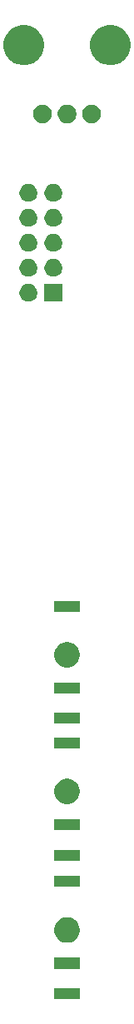
<source format=gbr>
G04 #@! TF.GenerationSoftware,KiCad,Pcbnew,(5.1.5)-3*
G04 #@! TF.CreationDate,2020-05-13T21:41:15+01:00*
G04 #@! TF.ProjectId,Ringo,52696e67-6f2e-46b6-9963-61645f706362,rev?*
G04 #@! TF.SameCoordinates,Original*
G04 #@! TF.FileFunction,Soldermask,Bot*
G04 #@! TF.FilePolarity,Negative*
%FSLAX46Y46*%
G04 Gerber Fmt 4.6, Leading zero omitted, Abs format (unit mm)*
G04 Created by KiCad (PCBNEW (5.1.5)-3) date 2020-05-13 21:41:15*
%MOMM*%
%LPD*%
G04 APERTURE LIST*
%ADD10C,0.100000*%
G04 APERTURE END LIST*
D10*
G36*
X146801000Y-145531000D02*
G01*
X144199000Y-145531000D01*
X144199000Y-144429000D01*
X146801000Y-144429000D01*
X146801000Y-145531000D01*
G37*
G36*
X146801000Y-142431000D02*
G01*
X144199000Y-142431000D01*
X144199000Y-141329000D01*
X146801000Y-141329000D01*
X146801000Y-142431000D01*
G37*
G36*
X145879487Y-137248996D02*
G01*
X146116253Y-137347068D01*
X146116255Y-137347069D01*
X146329339Y-137489447D01*
X146510553Y-137670661D01*
X146652932Y-137883747D01*
X146751004Y-138120513D01*
X146801000Y-138371861D01*
X146801000Y-138628139D01*
X146751004Y-138879487D01*
X146652932Y-139116253D01*
X146652931Y-139116255D01*
X146510553Y-139329339D01*
X146329339Y-139510553D01*
X146116255Y-139652931D01*
X146116254Y-139652932D01*
X146116253Y-139652932D01*
X145879487Y-139751004D01*
X145628139Y-139801000D01*
X145371861Y-139801000D01*
X145120513Y-139751004D01*
X144883747Y-139652932D01*
X144883746Y-139652932D01*
X144883745Y-139652931D01*
X144670661Y-139510553D01*
X144489447Y-139329339D01*
X144347069Y-139116255D01*
X144347068Y-139116253D01*
X144248996Y-138879487D01*
X144199000Y-138628139D01*
X144199000Y-138371861D01*
X144248996Y-138120513D01*
X144347068Y-137883747D01*
X144489447Y-137670661D01*
X144670661Y-137489447D01*
X144883745Y-137347069D01*
X144883747Y-137347068D01*
X145120513Y-137248996D01*
X145371861Y-137199000D01*
X145628139Y-137199000D01*
X145879487Y-137248996D01*
G37*
G36*
X146801000Y-134131000D02*
G01*
X144199000Y-134131000D01*
X144199000Y-133029000D01*
X146801000Y-133029000D01*
X146801000Y-134131000D01*
G37*
G36*
X146801000Y-131431000D02*
G01*
X144199000Y-131431000D01*
X144199000Y-130329000D01*
X146801000Y-130329000D01*
X146801000Y-131431000D01*
G37*
G36*
X146801000Y-128331000D02*
G01*
X144199000Y-128331000D01*
X144199000Y-127229000D01*
X146801000Y-127229000D01*
X146801000Y-128331000D01*
G37*
G36*
X145879487Y-123148996D02*
G01*
X146116253Y-123247068D01*
X146116255Y-123247069D01*
X146329339Y-123389447D01*
X146510553Y-123570661D01*
X146652932Y-123783747D01*
X146751004Y-124020513D01*
X146801000Y-124271861D01*
X146801000Y-124528139D01*
X146751004Y-124779487D01*
X146652932Y-125016253D01*
X146652931Y-125016255D01*
X146510553Y-125229339D01*
X146329339Y-125410553D01*
X146116255Y-125552931D01*
X146116254Y-125552932D01*
X146116253Y-125552932D01*
X145879487Y-125651004D01*
X145628139Y-125701000D01*
X145371861Y-125701000D01*
X145120513Y-125651004D01*
X144883747Y-125552932D01*
X144883746Y-125552932D01*
X144883745Y-125552931D01*
X144670661Y-125410553D01*
X144489447Y-125229339D01*
X144347069Y-125016255D01*
X144347068Y-125016253D01*
X144248996Y-124779487D01*
X144199000Y-124528139D01*
X144199000Y-124271861D01*
X144248996Y-124020513D01*
X144347068Y-123783747D01*
X144489447Y-123570661D01*
X144670661Y-123389447D01*
X144883745Y-123247069D01*
X144883747Y-123247068D01*
X145120513Y-123148996D01*
X145371861Y-123099000D01*
X145628139Y-123099000D01*
X145879487Y-123148996D01*
G37*
G36*
X146801000Y-120031000D02*
G01*
X144199000Y-120031000D01*
X144199000Y-118929000D01*
X146801000Y-118929000D01*
X146801000Y-120031000D01*
G37*
G36*
X146801000Y-117531000D02*
G01*
X144199000Y-117531000D01*
X144199000Y-116429000D01*
X146801000Y-116429000D01*
X146801000Y-117531000D01*
G37*
G36*
X146801000Y-114431000D02*
G01*
X144199000Y-114431000D01*
X144199000Y-113329000D01*
X146801000Y-113329000D01*
X146801000Y-114431000D01*
G37*
G36*
X145879487Y-109248996D02*
G01*
X146116253Y-109347068D01*
X146116255Y-109347069D01*
X146329339Y-109489447D01*
X146510553Y-109670661D01*
X146652932Y-109883747D01*
X146751004Y-110120513D01*
X146801000Y-110371861D01*
X146801000Y-110628139D01*
X146751004Y-110879487D01*
X146652932Y-111116253D01*
X146652931Y-111116255D01*
X146510553Y-111329339D01*
X146329339Y-111510553D01*
X146116255Y-111652931D01*
X146116254Y-111652932D01*
X146116253Y-111652932D01*
X145879487Y-111751004D01*
X145628139Y-111801000D01*
X145371861Y-111801000D01*
X145120513Y-111751004D01*
X144883747Y-111652932D01*
X144883746Y-111652932D01*
X144883745Y-111652931D01*
X144670661Y-111510553D01*
X144489447Y-111329339D01*
X144347069Y-111116255D01*
X144347068Y-111116253D01*
X144248996Y-110879487D01*
X144199000Y-110628139D01*
X144199000Y-110371861D01*
X144248996Y-110120513D01*
X144347068Y-109883747D01*
X144489447Y-109670661D01*
X144670661Y-109489447D01*
X144883745Y-109347069D01*
X144883747Y-109347068D01*
X145120513Y-109248996D01*
X145371861Y-109199000D01*
X145628139Y-109199000D01*
X145879487Y-109248996D01*
G37*
G36*
X146801000Y-106131000D02*
G01*
X144199000Y-106131000D01*
X144199000Y-105029000D01*
X146801000Y-105029000D01*
X146801000Y-106131000D01*
G37*
G36*
X141673512Y-72803927D02*
G01*
X141822812Y-72833624D01*
X141986784Y-72901544D01*
X142134354Y-73000147D01*
X142259853Y-73125646D01*
X142358456Y-73273216D01*
X142426376Y-73437188D01*
X142461000Y-73611259D01*
X142461000Y-73788741D01*
X142426376Y-73962812D01*
X142358456Y-74126784D01*
X142259853Y-74274354D01*
X142134354Y-74399853D01*
X141986784Y-74498456D01*
X141822812Y-74566376D01*
X141673512Y-74596073D01*
X141648742Y-74601000D01*
X141471258Y-74601000D01*
X141446488Y-74596073D01*
X141297188Y-74566376D01*
X141133216Y-74498456D01*
X140985646Y-74399853D01*
X140860147Y-74274354D01*
X140761544Y-74126784D01*
X140693624Y-73962812D01*
X140659000Y-73788741D01*
X140659000Y-73611259D01*
X140693624Y-73437188D01*
X140761544Y-73273216D01*
X140860147Y-73125646D01*
X140985646Y-73000147D01*
X141133216Y-72901544D01*
X141297188Y-72833624D01*
X141446488Y-72803927D01*
X141471258Y-72799000D01*
X141648742Y-72799000D01*
X141673512Y-72803927D01*
G37*
G36*
X145001000Y-74601000D02*
G01*
X143199000Y-74601000D01*
X143199000Y-72799000D01*
X145001000Y-72799000D01*
X145001000Y-74601000D01*
G37*
G36*
X144213512Y-70263927D02*
G01*
X144362812Y-70293624D01*
X144526784Y-70361544D01*
X144674354Y-70460147D01*
X144799853Y-70585646D01*
X144898456Y-70733216D01*
X144966376Y-70897188D01*
X145001000Y-71071259D01*
X145001000Y-71248741D01*
X144966376Y-71422812D01*
X144898456Y-71586784D01*
X144799853Y-71734354D01*
X144674354Y-71859853D01*
X144526784Y-71958456D01*
X144362812Y-72026376D01*
X144213512Y-72056073D01*
X144188742Y-72061000D01*
X144011258Y-72061000D01*
X143986488Y-72056073D01*
X143837188Y-72026376D01*
X143673216Y-71958456D01*
X143525646Y-71859853D01*
X143400147Y-71734354D01*
X143301544Y-71586784D01*
X143233624Y-71422812D01*
X143199000Y-71248741D01*
X143199000Y-71071259D01*
X143233624Y-70897188D01*
X143301544Y-70733216D01*
X143400147Y-70585646D01*
X143525646Y-70460147D01*
X143673216Y-70361544D01*
X143837188Y-70293624D01*
X143986488Y-70263927D01*
X144011258Y-70259000D01*
X144188742Y-70259000D01*
X144213512Y-70263927D01*
G37*
G36*
X141673512Y-70263927D02*
G01*
X141822812Y-70293624D01*
X141986784Y-70361544D01*
X142134354Y-70460147D01*
X142259853Y-70585646D01*
X142358456Y-70733216D01*
X142426376Y-70897188D01*
X142461000Y-71071259D01*
X142461000Y-71248741D01*
X142426376Y-71422812D01*
X142358456Y-71586784D01*
X142259853Y-71734354D01*
X142134354Y-71859853D01*
X141986784Y-71958456D01*
X141822812Y-72026376D01*
X141673512Y-72056073D01*
X141648742Y-72061000D01*
X141471258Y-72061000D01*
X141446488Y-72056073D01*
X141297188Y-72026376D01*
X141133216Y-71958456D01*
X140985646Y-71859853D01*
X140860147Y-71734354D01*
X140761544Y-71586784D01*
X140693624Y-71422812D01*
X140659000Y-71248741D01*
X140659000Y-71071259D01*
X140693624Y-70897188D01*
X140761544Y-70733216D01*
X140860147Y-70585646D01*
X140985646Y-70460147D01*
X141133216Y-70361544D01*
X141297188Y-70293624D01*
X141446488Y-70263927D01*
X141471258Y-70259000D01*
X141648742Y-70259000D01*
X141673512Y-70263927D01*
G37*
G36*
X144213512Y-67723927D02*
G01*
X144362812Y-67753624D01*
X144526784Y-67821544D01*
X144674354Y-67920147D01*
X144799853Y-68045646D01*
X144898456Y-68193216D01*
X144966376Y-68357188D01*
X145001000Y-68531259D01*
X145001000Y-68708741D01*
X144966376Y-68882812D01*
X144898456Y-69046784D01*
X144799853Y-69194354D01*
X144674354Y-69319853D01*
X144526784Y-69418456D01*
X144362812Y-69486376D01*
X144213512Y-69516073D01*
X144188742Y-69521000D01*
X144011258Y-69521000D01*
X143986488Y-69516073D01*
X143837188Y-69486376D01*
X143673216Y-69418456D01*
X143525646Y-69319853D01*
X143400147Y-69194354D01*
X143301544Y-69046784D01*
X143233624Y-68882812D01*
X143199000Y-68708741D01*
X143199000Y-68531259D01*
X143233624Y-68357188D01*
X143301544Y-68193216D01*
X143400147Y-68045646D01*
X143525646Y-67920147D01*
X143673216Y-67821544D01*
X143837188Y-67753624D01*
X143986488Y-67723927D01*
X144011258Y-67719000D01*
X144188742Y-67719000D01*
X144213512Y-67723927D01*
G37*
G36*
X141673512Y-67723927D02*
G01*
X141822812Y-67753624D01*
X141986784Y-67821544D01*
X142134354Y-67920147D01*
X142259853Y-68045646D01*
X142358456Y-68193216D01*
X142426376Y-68357188D01*
X142461000Y-68531259D01*
X142461000Y-68708741D01*
X142426376Y-68882812D01*
X142358456Y-69046784D01*
X142259853Y-69194354D01*
X142134354Y-69319853D01*
X141986784Y-69418456D01*
X141822812Y-69486376D01*
X141673512Y-69516073D01*
X141648742Y-69521000D01*
X141471258Y-69521000D01*
X141446488Y-69516073D01*
X141297188Y-69486376D01*
X141133216Y-69418456D01*
X140985646Y-69319853D01*
X140860147Y-69194354D01*
X140761544Y-69046784D01*
X140693624Y-68882812D01*
X140659000Y-68708741D01*
X140659000Y-68531259D01*
X140693624Y-68357188D01*
X140761544Y-68193216D01*
X140860147Y-68045646D01*
X140985646Y-67920147D01*
X141133216Y-67821544D01*
X141297188Y-67753624D01*
X141446488Y-67723927D01*
X141471258Y-67719000D01*
X141648742Y-67719000D01*
X141673512Y-67723927D01*
G37*
G36*
X141673512Y-65183927D02*
G01*
X141822812Y-65213624D01*
X141986784Y-65281544D01*
X142134354Y-65380147D01*
X142259853Y-65505646D01*
X142358456Y-65653216D01*
X142426376Y-65817188D01*
X142461000Y-65991259D01*
X142461000Y-66168741D01*
X142426376Y-66342812D01*
X142358456Y-66506784D01*
X142259853Y-66654354D01*
X142134354Y-66779853D01*
X141986784Y-66878456D01*
X141822812Y-66946376D01*
X141673512Y-66976073D01*
X141648742Y-66981000D01*
X141471258Y-66981000D01*
X141446488Y-66976073D01*
X141297188Y-66946376D01*
X141133216Y-66878456D01*
X140985646Y-66779853D01*
X140860147Y-66654354D01*
X140761544Y-66506784D01*
X140693624Y-66342812D01*
X140659000Y-66168741D01*
X140659000Y-65991259D01*
X140693624Y-65817188D01*
X140761544Y-65653216D01*
X140860147Y-65505646D01*
X140985646Y-65380147D01*
X141133216Y-65281544D01*
X141297188Y-65213624D01*
X141446488Y-65183927D01*
X141471258Y-65179000D01*
X141648742Y-65179000D01*
X141673512Y-65183927D01*
G37*
G36*
X144213512Y-65183927D02*
G01*
X144362812Y-65213624D01*
X144526784Y-65281544D01*
X144674354Y-65380147D01*
X144799853Y-65505646D01*
X144898456Y-65653216D01*
X144966376Y-65817188D01*
X145001000Y-65991259D01*
X145001000Y-66168741D01*
X144966376Y-66342812D01*
X144898456Y-66506784D01*
X144799853Y-66654354D01*
X144674354Y-66779853D01*
X144526784Y-66878456D01*
X144362812Y-66946376D01*
X144213512Y-66976073D01*
X144188742Y-66981000D01*
X144011258Y-66981000D01*
X143986488Y-66976073D01*
X143837188Y-66946376D01*
X143673216Y-66878456D01*
X143525646Y-66779853D01*
X143400147Y-66654354D01*
X143301544Y-66506784D01*
X143233624Y-66342812D01*
X143199000Y-66168741D01*
X143199000Y-65991259D01*
X143233624Y-65817188D01*
X143301544Y-65653216D01*
X143400147Y-65505646D01*
X143525646Y-65380147D01*
X143673216Y-65281544D01*
X143837188Y-65213624D01*
X143986488Y-65183927D01*
X144011258Y-65179000D01*
X144188742Y-65179000D01*
X144213512Y-65183927D01*
G37*
G36*
X144213512Y-62643927D02*
G01*
X144362812Y-62673624D01*
X144526784Y-62741544D01*
X144674354Y-62840147D01*
X144799853Y-62965646D01*
X144898456Y-63113216D01*
X144966376Y-63277188D01*
X145001000Y-63451259D01*
X145001000Y-63628741D01*
X144966376Y-63802812D01*
X144898456Y-63966784D01*
X144799853Y-64114354D01*
X144674354Y-64239853D01*
X144526784Y-64338456D01*
X144362812Y-64406376D01*
X144213512Y-64436073D01*
X144188742Y-64441000D01*
X144011258Y-64441000D01*
X143986488Y-64436073D01*
X143837188Y-64406376D01*
X143673216Y-64338456D01*
X143525646Y-64239853D01*
X143400147Y-64114354D01*
X143301544Y-63966784D01*
X143233624Y-63802812D01*
X143199000Y-63628741D01*
X143199000Y-63451259D01*
X143233624Y-63277188D01*
X143301544Y-63113216D01*
X143400147Y-62965646D01*
X143525646Y-62840147D01*
X143673216Y-62741544D01*
X143837188Y-62673624D01*
X143986488Y-62643927D01*
X144011258Y-62639000D01*
X144188742Y-62639000D01*
X144213512Y-62643927D01*
G37*
G36*
X141673512Y-62643927D02*
G01*
X141822812Y-62673624D01*
X141986784Y-62741544D01*
X142134354Y-62840147D01*
X142259853Y-62965646D01*
X142358456Y-63113216D01*
X142426376Y-63277188D01*
X142461000Y-63451259D01*
X142461000Y-63628741D01*
X142426376Y-63802812D01*
X142358456Y-63966784D01*
X142259853Y-64114354D01*
X142134354Y-64239853D01*
X141986784Y-64338456D01*
X141822812Y-64406376D01*
X141673512Y-64436073D01*
X141648742Y-64441000D01*
X141471258Y-64441000D01*
X141446488Y-64436073D01*
X141297188Y-64406376D01*
X141133216Y-64338456D01*
X140985646Y-64239853D01*
X140860147Y-64114354D01*
X140761544Y-63966784D01*
X140693624Y-63802812D01*
X140659000Y-63628741D01*
X140659000Y-63451259D01*
X140693624Y-63277188D01*
X140761544Y-63113216D01*
X140860147Y-62965646D01*
X140985646Y-62840147D01*
X141133216Y-62741544D01*
X141297188Y-62673624D01*
X141446488Y-62643927D01*
X141471258Y-62639000D01*
X141648742Y-62639000D01*
X141673512Y-62643927D01*
G37*
G36*
X143277395Y-54585546D02*
G01*
X143450466Y-54657234D01*
X143450467Y-54657235D01*
X143606227Y-54761310D01*
X143738690Y-54893773D01*
X143738691Y-54893775D01*
X143842766Y-55049534D01*
X143914454Y-55222605D01*
X143951000Y-55406333D01*
X143951000Y-55593667D01*
X143914454Y-55777395D01*
X143842766Y-55950466D01*
X143842765Y-55950467D01*
X143738690Y-56106227D01*
X143606227Y-56238690D01*
X143527818Y-56291081D01*
X143450466Y-56342766D01*
X143277395Y-56414454D01*
X143093667Y-56451000D01*
X142906333Y-56451000D01*
X142722605Y-56414454D01*
X142549534Y-56342766D01*
X142472182Y-56291081D01*
X142393773Y-56238690D01*
X142261310Y-56106227D01*
X142157235Y-55950467D01*
X142157234Y-55950466D01*
X142085546Y-55777395D01*
X142049000Y-55593667D01*
X142049000Y-55406333D01*
X142085546Y-55222605D01*
X142157234Y-55049534D01*
X142261309Y-54893775D01*
X142261310Y-54893773D01*
X142393773Y-54761310D01*
X142549533Y-54657235D01*
X142549534Y-54657234D01*
X142722605Y-54585546D01*
X142906333Y-54549000D01*
X143093667Y-54549000D01*
X143277395Y-54585546D01*
G37*
G36*
X145777395Y-54585546D02*
G01*
X145950466Y-54657234D01*
X145950467Y-54657235D01*
X146106227Y-54761310D01*
X146238690Y-54893773D01*
X146238691Y-54893775D01*
X146342766Y-55049534D01*
X146414454Y-55222605D01*
X146451000Y-55406333D01*
X146451000Y-55593667D01*
X146414454Y-55777395D01*
X146342766Y-55950466D01*
X146342765Y-55950467D01*
X146238690Y-56106227D01*
X146106227Y-56238690D01*
X146027818Y-56291081D01*
X145950466Y-56342766D01*
X145777395Y-56414454D01*
X145593667Y-56451000D01*
X145406333Y-56451000D01*
X145222605Y-56414454D01*
X145049534Y-56342766D01*
X144972182Y-56291081D01*
X144893773Y-56238690D01*
X144761310Y-56106227D01*
X144657235Y-55950467D01*
X144657234Y-55950466D01*
X144585546Y-55777395D01*
X144549000Y-55593667D01*
X144549000Y-55406333D01*
X144585546Y-55222605D01*
X144657234Y-55049534D01*
X144761309Y-54893775D01*
X144761310Y-54893773D01*
X144893773Y-54761310D01*
X145049533Y-54657235D01*
X145049534Y-54657234D01*
X145222605Y-54585546D01*
X145406333Y-54549000D01*
X145593667Y-54549000D01*
X145777395Y-54585546D01*
G37*
G36*
X148277395Y-54585546D02*
G01*
X148450466Y-54657234D01*
X148450467Y-54657235D01*
X148606227Y-54761310D01*
X148738690Y-54893773D01*
X148738691Y-54893775D01*
X148842766Y-55049534D01*
X148914454Y-55222605D01*
X148951000Y-55406333D01*
X148951000Y-55593667D01*
X148914454Y-55777395D01*
X148842766Y-55950466D01*
X148842765Y-55950467D01*
X148738690Y-56106227D01*
X148606227Y-56238690D01*
X148527818Y-56291081D01*
X148450466Y-56342766D01*
X148277395Y-56414454D01*
X148093667Y-56451000D01*
X147906333Y-56451000D01*
X147722605Y-56414454D01*
X147549534Y-56342766D01*
X147472182Y-56291081D01*
X147393773Y-56238690D01*
X147261310Y-56106227D01*
X147157235Y-55950467D01*
X147157234Y-55950466D01*
X147085546Y-55777395D01*
X147049000Y-55593667D01*
X147049000Y-55406333D01*
X147085546Y-55222605D01*
X147157234Y-55049534D01*
X147261309Y-54893775D01*
X147261310Y-54893773D01*
X147393773Y-54761310D01*
X147549533Y-54657235D01*
X147549534Y-54657234D01*
X147722605Y-54585546D01*
X147906333Y-54549000D01*
X148093667Y-54549000D01*
X148277395Y-54585546D01*
G37*
G36*
X150498254Y-46527818D02*
G01*
X150871511Y-46682426D01*
X150871513Y-46682427D01*
X151207436Y-46906884D01*
X151493116Y-47192564D01*
X151717574Y-47528489D01*
X151872182Y-47901746D01*
X151951000Y-48297993D01*
X151951000Y-48702007D01*
X151872182Y-49098254D01*
X151717574Y-49471511D01*
X151717573Y-49471513D01*
X151493116Y-49807436D01*
X151207436Y-50093116D01*
X150871513Y-50317573D01*
X150871512Y-50317574D01*
X150871511Y-50317574D01*
X150498254Y-50472182D01*
X150102007Y-50551000D01*
X149697993Y-50551000D01*
X149301746Y-50472182D01*
X148928489Y-50317574D01*
X148928488Y-50317574D01*
X148928487Y-50317573D01*
X148592564Y-50093116D01*
X148306884Y-49807436D01*
X148082427Y-49471513D01*
X148082426Y-49471511D01*
X147927818Y-49098254D01*
X147849000Y-48702007D01*
X147849000Y-48297993D01*
X147927818Y-47901746D01*
X148082426Y-47528489D01*
X148306884Y-47192564D01*
X148592564Y-46906884D01*
X148928487Y-46682427D01*
X148928489Y-46682426D01*
X149301746Y-46527818D01*
X149697993Y-46449000D01*
X150102007Y-46449000D01*
X150498254Y-46527818D01*
G37*
G36*
X141698254Y-46527818D02*
G01*
X142071511Y-46682426D01*
X142071513Y-46682427D01*
X142407436Y-46906884D01*
X142693116Y-47192564D01*
X142917574Y-47528489D01*
X143072182Y-47901746D01*
X143151000Y-48297993D01*
X143151000Y-48702007D01*
X143072182Y-49098254D01*
X142917574Y-49471511D01*
X142917573Y-49471513D01*
X142693116Y-49807436D01*
X142407436Y-50093116D01*
X142071513Y-50317573D01*
X142071512Y-50317574D01*
X142071511Y-50317574D01*
X141698254Y-50472182D01*
X141302007Y-50551000D01*
X140897993Y-50551000D01*
X140501746Y-50472182D01*
X140128489Y-50317574D01*
X140128488Y-50317574D01*
X140128487Y-50317573D01*
X139792564Y-50093116D01*
X139506884Y-49807436D01*
X139282427Y-49471513D01*
X139282426Y-49471511D01*
X139127818Y-49098254D01*
X139049000Y-48702007D01*
X139049000Y-48297993D01*
X139127818Y-47901746D01*
X139282426Y-47528489D01*
X139506884Y-47192564D01*
X139792564Y-46906884D01*
X140128487Y-46682427D01*
X140128489Y-46682426D01*
X140501746Y-46527818D01*
X140897993Y-46449000D01*
X141302007Y-46449000D01*
X141698254Y-46527818D01*
G37*
M02*

</source>
